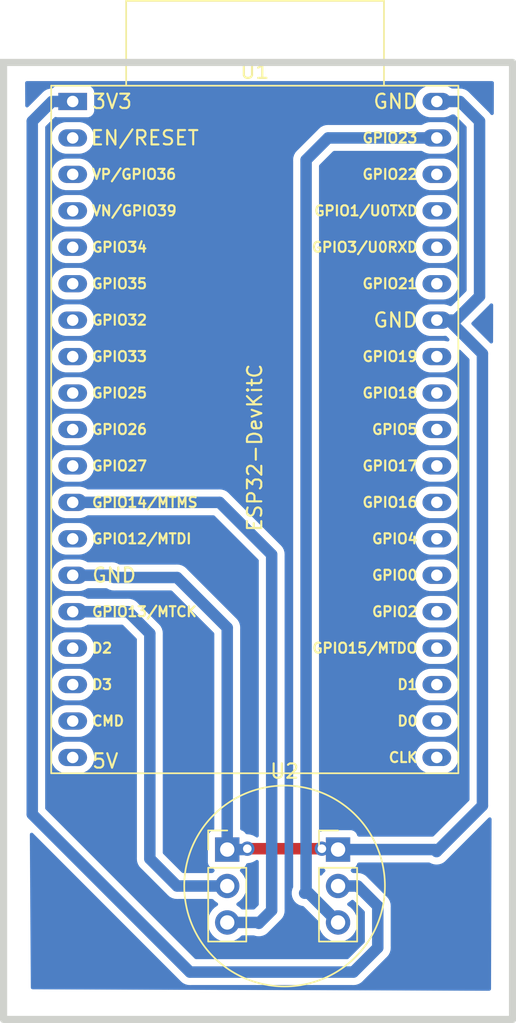
<source format=kicad_pcb>
(kicad_pcb (version 20221018) (generator pcbnew)
  (layers (0 "F.Cu" signal) (31 "B.Cu" signal) (34 "B.Paste" user) (35 "F.Paste" user) (36 "B.SilkS" user "B.Silkscreen") (37 "F.SilkS" user "F.Silkscreen") (38 "B.Mask" user) (39 "F.Mask" user) (44 "Edge.Cuts" user))
  (net 0 "")
  (net 1 "+3.3V")
  (net 12 "SCK")
  (net 14 "GND")
  (net 15 "WS")
  (net 19 "+5V")
  (net 36 "SD")
  (footprint "PCM_Espressif:ESP32-DevKitC" (layer "F.Cu") (at 123.92 71.12272)
    (fp_text reference "U1" (at 12.7 -2.1) (layer "F.SilkS"))
    (fp_text value "ESP32-DevKitC" (at 12.7 24.13 90) (layer "F.SilkS"))
    (fp_text user "GPIO17" (at 24.13 25.4 unlocked) (layer "F.SilkS") (effects (font (size 0.7 0.7)) (justify right)))
    (fp_text user "GPIO0" (at 24.13 33.02 unlocked) (layer "F.SilkS") (effects (font (size 0.7 0.7)) (justify right)))
    (fp_text user "D0" (at 24.13 43.18 unlocked) (layer "F.SilkS") (effects (font (size 0.7 0.7)) (justify right)))
    (fp_text user "GPIO33" (at 1.27 17.78 unlocked) (layer "F.SilkS") (effects (font (size 0.7 0.7)) (justify left)))
    (fp_text user "VP/GPIO36" (at 1.27 5.08 unlocked) (layer "F.SilkS") (effects (font (size 0.7 0.7)) (justify left)))
    (fp_text user "GPIO4" (at 24.13 30.48 unlocked) (layer "F.SilkS") (effects (font (size 0.7 0.7)) (justify right)))
    (fp_text user "GPIO32" (at 1.27 15.24 unlocked) (layer "F.SilkS") (effects (font (size 0.7 0.7)) (justify left)))
    (fp_text user "GPIO5" (at 24.13 22.86 unlocked) (layer "F.SilkS") (effects (font (size 0.7 0.7)) (justify right)))
    (fp_text user "GPIO3/U0RXD" (at 24.13 10.16 unlocked) (layer "F.SilkS") (effects (font (size 0.7 0.7)) (justify right)))
    (fp_text user "GPIO23" (at 24.13 2.54 unlocked) (layer "F.SilkS") (effects (font (size 0.7 0.7)) (justify right)))
    (fp_text user "CLK" (at 24.13 45.72 unlocked) (layer "F.SilkS") (effects (font (size 0.7 0.7)) (justify right)))
    (fp_text user "GPIO22" (at 24.13 5.08 unlocked) (layer "F.SilkS") (effects (font (size 0.7 0.7)) (justify right)))
    (fp_text user "GPIO27" (at 1.27 25.4 unlocked) (layer "F.SilkS") (effects (font (size 0.7 0.7)) (justify left)))
    (fp_text user "GPIO13/MTCK" (at 1.27 35.56 unlocked) (layer "F.SilkS") (effects (font (size 0.7 0.7)) (justify left)))
    (fp_text user "GPIO12/MTDI" (at 1.27 30.48 unlocked) (layer "F.SilkS") (effects (font (size 0.7 0.7)) (justify left)))
    (fp_text user "GPIO35" (at 1.27 12.7 unlocked) (layer "F.SilkS") (effects (font (size 0.7 0.7)) (justify left)))
    (fp_text user "VN/GPIO39" (at 1.27 7.62 unlocked) (layer "F.SilkS") (effects (font (size 0.7 0.7)) (justify left)))
    (fp_text user "EN/RESET" (at 8.88632 2.53728 unlocked) (layer "F.SilkS") (effects (justify right)))
    (fp_text user "GPIO19" (at 24.13 17.78 unlocked) (layer "F.SilkS") (effects (font (size 0.7 0.7)) (justify right)))
    (fp_text user "GPIO18" (at 24.13 20.32 unlocked) (layer "F.SilkS") (effects (font (size 0.7 0.7)) (justify right)))
    (fp_text user "GPIO14/MTMS" (at 1.27 27.94 unlocked) (layer "F.SilkS") (effects (font (size 0.7 0.7)) (justify left)))
    (fp_text user "GPIO15/MTDO" (at 24.13 38.1 unlocked) (layer "F.SilkS") (effects (font (size 0.7 0.7)) (justify right)))
    (fp_text user "D1" (at 24.13 40.64 unlocked) (layer "F.SilkS") (effects (font (size 0.7 0.7)) (justify right)))
    (fp_text user "CMD" (at 1.27 43.18 unlocked) (layer "F.SilkS") (effects (font (size 0.7 0.7)) (justify left)))
    (fp_text user "GPIO1/U0TXD" (at 24.13 7.62 unlocked) (layer "F.SilkS") (effects (font (size 0.7 0.7)) (justify right)))
    (fp_text user "D3" (at 1.27 40.64 unlocked) (layer "F.SilkS") (effects (font (size 0.7 0.7)) (justify left)))
    (fp_text user "5V" (at 1.26632 45.97128 unlocked) (layer "F.SilkS") (effects (justify left)))
    (fp_text user "GPIO21" (at 24.13 12.7 unlocked) (layer "F.SilkS") (effects (font (size 0.7 0.7)) (justify right)))
    (fp_text user "GPIO16" (at 24.13 27.94 unlocked) (layer "F.SilkS") (effects (font (size 0.7 0.7)) (justify right)))
    (fp_text user "GPIO25" (at 1.27 20.32 unlocked) (layer "F.SilkS") (effects (font (size 0.7 0.7)) (justify left)))
    (fp_text user "GPIO2" (at 24.13 35.56 unlocked) (layer "F.SilkS") (effects (font (size 0.7 0.7)) (justify right)))
    (fp_text user "GND" (at 24.13 0 unlocked) (layer "F.SilkS") (effects (justify right)))
    (fp_text user "3V3" (at 1.27 0 unlocked) (layer "F.SilkS") (effects (justify left)))
    (fp_text user "GPIO26" (at 1.27 22.86 unlocked) (layer "F.SilkS") (effects (font (size 0.7 0.7)) (justify left)))
    (fp_text user "GPIO34" (at 1.27 10.16 unlocked) (layer "F.SilkS") (effects (font (size 0.7 0.7)) (justify left)))
    (fp_text user "GND" (at 24.13 15.24 unlocked) (layer "F.SilkS") (effects (justify right)))
    (fp_text user "GND" (at 1.27 33.02 unlocked) (layer "F.SilkS") (effects (justify left)))
    (fp_text user "D2" (at 1.27 38.1 unlocked) (layer "F.SilkS") (effects (font (size 0.7 0.7)) (justify left)))
    (fp_line (start -1.5 46.82) (end 26.899999 46.82) (stroke (width 0.12)) (layer "F.SilkS"))
    (fp_line (start -1.499999 -1.1) (end -1.5 46.82) (stroke (width 0.12)) (layer "F.SilkS"))
    (fp_line (start 3.73012 -7.01312) (end 21.71332 -7.01312) (stroke (width 0.12)) (layer "F.SilkS"))
    (fp_line (start 3.73012 -1.12032) (end 3.73012 -7.01312) (stroke (width 0.12)) (layer "F.SilkS"))
    (fp_line (start 21.71332 -7.01312) (end 21.71332 -1.12032) (stroke (width 0.12)) (layer "F.SilkS"))
    (fp_line (start 26.899999 46.82) (end 26.9 -1.1) (stroke (width 0.12)) (layer "F.SilkS"))
    (fp_line (start 26.9 -1.1) (end -1.499999 -1.1) (stroke (width 0.12)) (layer "F.SilkS"))
    (pad "1" thru_hole rect (at 0 0 270) (size 1.2 2) (drill 0.8) (layers "*.Cu" "*.Mask") (net 1 "+3.3V"))
    (pad "2" thru_hole oval (at 0 2.54 270) (size 1.2 2) (drill 0.8) (layers "*.Cu" "*.Mask"))
    (pad "3" thru_hole oval (at 0 5.08 270) (size 1.2 2) (drill 0.8) (layers "*.Cu" "*.Mask"))
    (pad "4" thru_hole oval (at 0 7.62 270) (size 1.2 2) (drill 0.8) (layers "*.Cu" "*.Mask"))
    (pad "5" thru_hole oval (at 0 10.16 270) (size 1.2 2) (drill 0.8) (layers "*.Cu" "*.Mask"))
    (pad "6" thru_hole oval (at 0 12.7 270) (size 1.2 2) (drill 0.8) (layers "*.Cu" "*.Mask"))
    (pad "7" thru_hole oval (at 0 15.24 270) (size 1.2 2) (drill 0.8) (layers "*.Cu" "*.Mask"))
    (pad "8" thru_hole oval (at 0 17.78 270) (size 1.2 2) (drill 0.8) (layers "*.Cu" "*.Mask"))
    (pad "9" thru_hole oval (at 0 20.32 270) (size 1.2 2) (drill 0.8) (layers "*.Cu" "*.Mask"))
    (pad "10" thru_hole oval (at 0 22.86 270) (size 1.2 2) (drill 0.8) (layers "*.Cu" "*.Mask"))
    (pad "11" thru_hole oval (at 0 25.4 270) (size 1.2 2) (drill 0.8) (layers "*.Cu" "*.Mask"))
    (pad "12" thru_hole oval (at 0 27.94 270) (size 1.2 2) (drill 0.8) (layers "*.Cu" "*.Mask") (net 12 "SCK"))
    (pad "13" thru_hole oval (at 0 30.48 270) (size 1.2 2) (drill 0.8) (layers "*.Cu" "*.Mask"))
    (pad "14" thru_hole oval (at 0 33.02 270) (size 1.2 2) (drill 0.8) (layers "*.Cu" "*.Mask") (net 14 "GND"))
    (pad "15" thru_hole oval (at 0 35.56 270) (size 1.2 2) (drill 0.8) (layers "*.Cu" "*.Mask") (net 15 "WS"))
    (pad "16" thru_hole oval (at 0 38.1 270) (size 1.2 2) (drill 0.8) (layers "*.Cu" "*.Mask"))
    (pad "17" thru_hole oval (at 0 40.64 270) (size 1.2 2) (drill 0.8) (layers "*.Cu" "*.Mask"))
    (pad "18" thru_hole oval (at 0 43.18 270) (size 1.2 2) (drill 0.8) (layers "*.Cu" "*.Mask"))
    (pad "19" thru_hole oval (at 0 45.72 270) (size 1.2 2) (drill 0.8) (layers "*.Cu" "*.Mask") (net 19 "+5V"))
    (pad "20" thru_hole oval (at 25.39632 45.71728 270) (size 1.2 2) (drill 0.8) (layers "*.Cu" "*.Mask"))
    (pad "21" thru_hole oval (at 25.39632 43.17728 270) (size 1.2 2) (drill 0.8) (layers "*.Cu" "*.Mask"))
    (pad "22" thru_hole oval (at 25.4 40.64 270) (size 1.2 2) (drill 0.8) (layers "*.Cu" "*.Mask"))
    (pad "23" thru_hole oval (at 25.4 38.1 270) (size 1.2 2) (drill 0.8) (layers "*.Cu" "*.Mask"))
    (pad "24" thru_hole oval (at 25.4 35.56 270) (size 1.2 2) (drill 0.8) (layers "*.Cu" "*.Mask"))
    (pad "25" thru_hole oval (at 25.4 33.02 270) (size 1.2 2) (drill 0.8) (layers "*.Cu" "*.Mask"))
    (pad "26" thru_hole oval (at 25.4 30.48 270) (size 1.2 2) (drill 0.8) (layers "*.Cu" "*.Mask"))
    (pad "27" thru_hole oval (at 25.4 27.94 270) (size 1.2 2) (drill 0.8) (layers "*.Cu" "*.Mask"))
    (pad "28" thru_hole oval (at 25.4 25.4 270) (size 1.2 2) (drill 0.8) (layers "*.Cu" "*.Mask"))
    (pad "29" thru_hole oval (at 25.4 22.86 270) (size 1.2 2) (drill 0.8) (layers "*.Cu" "*.Mask"))
    (pad "30" thru_hole oval (at 25.4 20.32 270) (size 1.2 2) (drill 0.8) (layers "*.Cu" "*.Mask"))
    (pad "31" thru_hole oval (at 25.4 17.78 270) (size 1.2 2) (drill 0.8) (layers "*.Cu" "*.Mask"))
    (pad "32" thru_hole oval (at 25.4 15.24 270) (size 1.2 2) (drill 0.8) (layers "*.Cu" "*.Mask") (net 14 "GND"))
    (pad "33" thru_hole oval (at 25.4 12.7 270) (size 1.2 2) (drill 0.8) (layers "*.Cu" "*.Mask"))
    (pad "34" thru_hole oval (at 25.4 10.16 270) (size 1.2 2) (drill 0.8) (layers "*.Cu" "*.Mask"))
    (pad "35" thru_hole oval (at 25.4 7.62 270) (size 1.2 2) (drill 0.8) (layers "*.Cu" "*.Mask"))
    (pad "36" thru_hole oval (at 25.4 5.08 270) (size 1.2 2) (drill 0.8) (layers "*.Cu" "*.Mask"))
    (pad "37" thru_hole oval (at 25.4 2.54 270) (size 1.2 2) (drill 0.8) (layers "*.Cu" "*.Mask") (net 36 "SD"))
    (pad "38" thru_hole oval (at 25.4 0 270) (size 1.2 2) (drill 0.8) (layers "*.Cu" "*.Mask") (net 14 "GND"))
  )
  (footprint "inmp441:INMP441" (layer "F.Cu") (at 138.7 125.8)
    (fp_text reference "U2" (at 0 -8 unlocked) (layer "F.SilkS"))
    (fp_text value "INMP441")
    (fp_line (start -5.33 -3.87) (end -4 -3.87) (stroke (width 0.12)) (layer "F.SilkS"))
    (fp_line (start -5.33 -2.54) (end -5.33 -3.87) (stroke (width 0.12)) (layer "F.SilkS"))
    (fp_line (start -5.33 -1.27) (end -5.33 3.87) (stroke (width 0.12)) (layer "F.SilkS"))
    (fp_line (start -5.33 -1.27) (end -2.67 -1.27) (stroke (width 0.12)) (layer "F.SilkS"))
    (fp_line (start -5.33 3.87) (end -2.67 3.87) (stroke (width 0.12)) (layer "F.SilkS"))
    (fp_line (start -2.67 -1.27) (end -2.67 3.87) (stroke (width 0.12)) (layer "F.SilkS"))
    (fp_line (start 2.4 -3.87) (end 3.73 -3.87) (stroke (width 0.12)) (layer "F.SilkS"))
    (fp_line (start 2.4 -2.54) (end 2.4 -3.87) (stroke (width 0.12)) (layer "F.SilkS"))
    (fp_line (start 2.4 -1.27) (end 2.4 3.87) (stroke (width 0.12)) (layer "F.SilkS"))
    (fp_line (start 2.4 -1.27) (end 5.06 -1.27) (stroke (width 0.12)) (layer "F.SilkS"))
    (fp_line (start 2.4 3.87) (end 5.06 3.87) (stroke (width 0.12)) (layer "F.SilkS"))
    (fp_line (start 5.06 -1.27) (end 5.06 3.87) (stroke (width 0.12)) (layer "F.SilkS"))
    (fp_circle (center 0 0) (end 7 0) (stroke (width 0.12)) (fill none) (layer "F.SilkS"))
    (pad "1" thru_hole rect (at 3.73 -2.54) (size 1.7 1.7) (drill 1) (layers "*.Cu" "*.Mask") (net 14 "GND"))
    (pad "2" thru_hole oval (at 3.73 0) (size 1.7 1.7) (drill 1) (layers "*.Cu" "*.Mask") (net 1 "+3.3V"))
    (pad "3" thru_hole oval (at 3.73 2.54) (size 1.7 1.7) (drill 1) (layers "*.Cu" "*.Mask") (net 36 "SD"))
    (pad "4" thru_hole oval (at -4 2.54) (size 1.7 1.7) (drill 1) (layers "*.Cu" "*.Mask") (net 12 "SCK"))
    (pad "5" thru_hole oval (at -4 0) (size 1.7 1.7) (drill 1) (layers "*.Cu" "*.Mask") (net 15 "WS"))
    (pad "6" thru_hole rect (at -4 -2.54) (size 1.7 1.7) (drill 1) (layers "*.Cu" "*.Mask") (net 14 "GND"))
  )
  (gr_rect (start 119.1 68.4) (end 154.6 135.1) (stroke (width 0.5)) (fill none) (layer "Edge.Cuts"))
  (segment (start 145.2 127.2) (end 143.8 125.8) (width 0.8) (layer "B.Cu") (net 1))
  (segment (start 121.1 72.5) (end 121.1 120.8) (width 0.8) (layer "B.Cu") (net 1))
  (segment (start 145.2 130.1) (end 145.2 127.2) (width 0.8) (layer "B.Cu") (net 1))
  (segment (start 132.1 131.8) (end 143.5 131.8) (width 0.8) (layer "B.Cu") (net 1))
  (segment (start 143.5 131.8) (end 145.2 130.1) (width 0.8) (layer "B.Cu") (net 1))
  (segment (start 123.92 71.12272) (end 122.47728 71.12272) (width 0.8) (layer "B.Cu") (net 1))
  (segment (start 143.8 125.8) (end 142.43 125.8) (width 0.8) (layer "B.Cu") (net 1))
  (segment (start 121.1 120.8) (end 132.1 131.8) (width 0.8) (layer "B.Cu") (net 1))
  (segment (start 122.47728 71.12272) (end 121.1 72.5) (width 0.8) (layer "B.Cu") (net 1))
  (segment (start 137.8 102.7) (end 137.8 127.5) (width 0.8) (layer "B.Cu") (net 12))
  (segment (start 137.8 127.5) (end 136.9 128.4) (width 0.8) (layer "B.Cu") (net 12))
  (segment (start 134.16272 99.06272) (end 137.8 102.7) (width 0.8) (layer "B.Cu") (net 12))
  (segment (start 136.9 128.4) (end 136.84 128.34) (width 0.8) (layer "B.Cu") (net 12))
  (segment (start 136.84 128.34) (end 134.7 128.34) (width 0.8) (layer "B.Cu") (net 12))
  (segment (start 123.92 99.06272) (end 134.16272 99.06272) (width 0.8) (layer "B.Cu") (net 12))
  (segment (start 136.1 123.2) (end 141.2995 123.2) (width 0.8) (layer "F.Cu") (net 14))
  (via (at 136.1 123.2) (size 1) (drill 0.6) (layers "F.Cu" "B.Cu") (net 14))
  (via (at 141.2995 123.2) (size 1) (drill 0.6) (layers "F.Cu" "B.Cu") (net 14))
  (segment (start 136.04 123.26) (end 136.1 123.2) (width 0.8) (layer "B.Cu") (net 14))
  (segment (start 149.32 71.12272) (end 150.92272 71.12272) (width 0.8) (layer "B.Cu") (net 14))
  (segment (start 150.16272 86.36272) (end 152.5 88.7) (width 0.8) (layer "B.Cu") (net 14))
  (segment (start 123.92 104.14272) (end 126.656934 104.14272) (width 0.8) (layer "B.Cu") (net 14))
  (segment (start 152.3 72.5) (end 152.3 84.7) (width 0.8) (layer "B.Cu") (net 14))
  (segment (start 152.5 88.7) (end 152.5 120.2) (width 0.8) (layer "B.Cu") (net 14))
  (segment (start 152.3 84.7) (end 150.63728 86.36272) (width 0.8) (layer "B.Cu") (net 14))
  (segment (start 134.7 123.26) (end 136.04 123.26) (width 0.8) (layer "B.Cu") (net 14))
  (segment (start 142.37 123.2) (end 142.43 123.26) (width 0.8) (layer "B.Cu") (net 14))
  (segment (start 131.2 104.3) (end 134.7 107.8) (width 0.8) (layer "B.Cu") (net 14))
  (segment (start 134.7 107.8) (end 134.7 123.26) (width 0.8) (layer "B.Cu") (net 14))
  (segment (start 126.656934 104.14272) (end 126.814214 104.3) (width 0.8) (layer "B.Cu") (net 14))
  (segment (start 150.63728 86.36272) (end 149.32 86.36272) (width 0.8) (layer "B.Cu") (net 14))
  (segment (start 152.5 120.2) (end 149.3 123.4) (width 0.8) (layer "B.Cu") (net 14))
  (segment (start 141.2995 123.2) (end 142.37 123.2) (width 0.8) (layer "B.Cu") (net 14))
  (segment (start 149.3 123.4) (end 149.16 123.26) (width 0.8) (layer "B.Cu") (net 14))
  (segment (start 149.32 86.36272) (end 150.16272 86.36272) (width 0.8) (layer "B.Cu") (net 14))
  (segment (start 150.92272 71.12272) (end 152.3 72.5) (width 0.8) (layer "B.Cu") (net 14))
  (segment (start 149.16 123.26) (end 142.43 123.26) (width 0.8) (layer "B.Cu") (net 14))
  (segment (start 126.814214 104.3) (end 131.2 104.3) (width 0.8) (layer "B.Cu") (net 14))
  (segment (start 127.78272 106.68272) (end 129.3 108.2) (width 0.8) (layer "B.Cu") (net 15))
  (segment (start 129.3 108.2) (end 129.3 123.9) (width 0.8) (layer "B.Cu") (net 15))
  (segment (start 123.92 106.68272) (end 127.78272 106.68272) (width 0.8) (layer "B.Cu") (net 15))
  (segment (start 131.2 125.8) (end 134.7 125.8) (width 0.8) (layer "B.Cu") (net 15))
  (segment (start 129.3 123.9) (end 131.2 125.8) (width 0.8) (layer "B.Cu") (net 15))
  (segment (start 140.1 126.3) (end 140.39 126.3) (width 0.8) (layer "B.Cu") (net 36))
  (segment (start 140.39 126.3) (end 142.43 128.34) (width 0.8) (layer "B.Cu") (net 36))
  (segment (start 140.2 75.2) (end 140.2 126.2) (width 0.8) (layer "B.Cu") (net 36))
  (segment (start 149.32 73.66272) (end 141.73728 73.66272) (width 0.8) (layer "B.Cu") (net 36))
  (segment (start 141.73728 73.66272) (end 140.2 75.2) (width 0.8) (layer "B.Cu") (net 36))
  (segment (start 140.2 126.2) (end 140.1 126.3) (width 0.8) (layer "B.Cu") (net 36))
  (zone (net 0) (net_name "") (layer "B.Cu") (connect_pads (clearance 0.5)) (min_thickness 0.25) (fill yes (thermal_gap 0.5) (thermal_bridge_width 0.5) (island_removal_mode 1) (island_area_min 10))
    (polygon (pts (xy 120.6 69.7) (xy 153.3 69.7) (xy 153.1 133.1) (xy 121 133)))
  )
)
</source>
